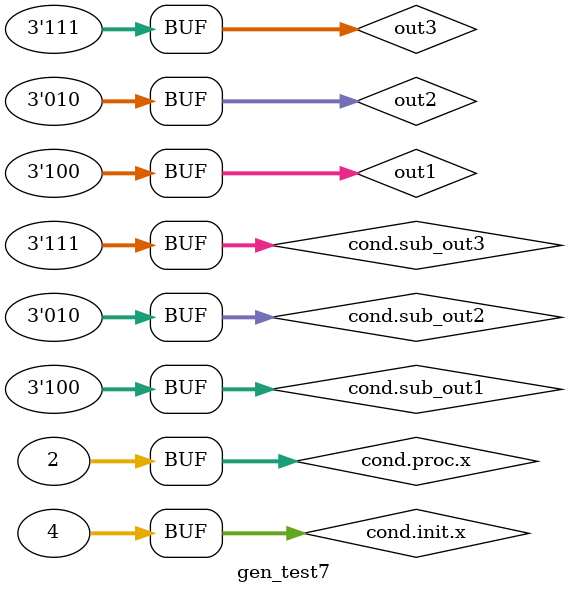
<source format=v>
/* Generated by Yosys 0.62+39 (git sha1 131911291-dirty, g++ 11.4.0-1ubuntu1~22.04.2 -Og -fPIC) */

(* top =  1  *)
(* src = "dut.sv:1.1-39.10" *)
module gen_test7();
  (* src = "dut.sv:11.23-11.24" *)
  wire [31:0] \cond.init.x ;
  (* src = "dut.sv:17.23-17.24" *)
  wire [31:0] \cond.proc.x ;
  (* src = "dut.sv:7.14-7.22" *)
  wire [2:0] \cond.sub_out1 ;
  (* src = "dut.sv:8.14-8.22" *)
  wire [2:0] \cond.sub_out2 ;
  (* src = "dut.sv:9.15-9.23" *)
  wire [2:0] \cond.sub_out3 ;
  (* src = "dut.sv:2.12-2.16" *)
  wire [2:0] out1;
  (* src = "dut.sv:3.12-3.16" *)
  wire [2:0] out2;
  (* src = "dut.sv:4.13-4.17" *)
  wire [2:0] out3;
  assign \cond.proc.x  = 32'd2;
  assign \cond.init.x  = 32'd4;
  assign \cond.sub_out3  = 3'h7;
  assign \cond.sub_out2  = 3'h2;
  assign \cond.sub_out1  = 3'h4;
  assign out3 = 3'h7;
  assign out2 = 3'h2;
  assign out1 = 3'h4;
endmodule

</source>
